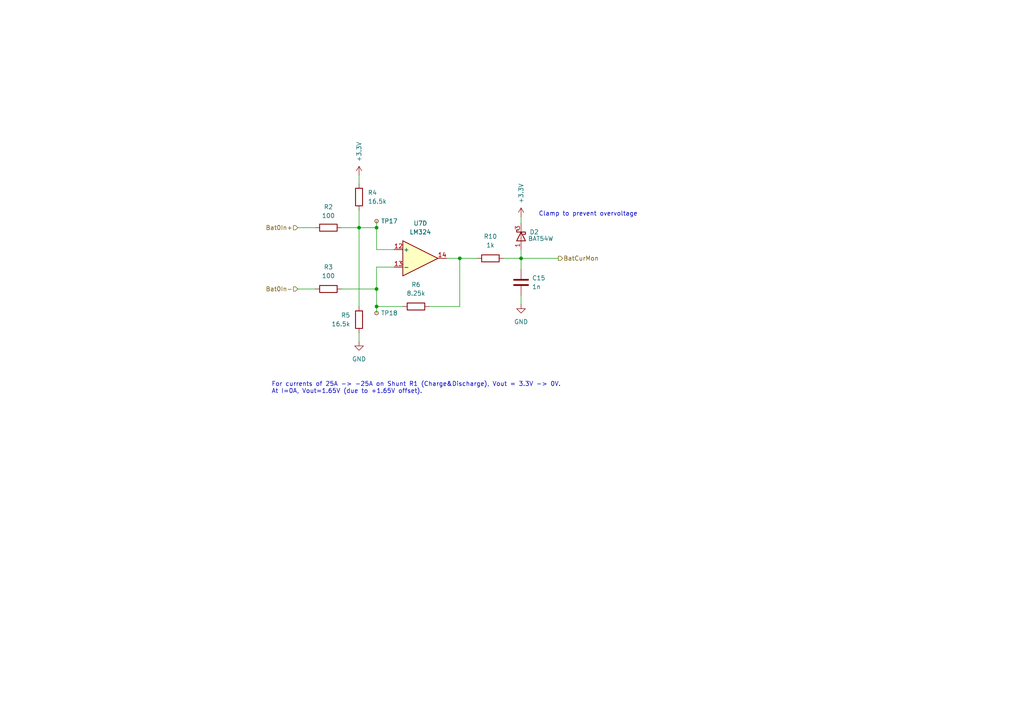
<source format=kicad_sch>
(kicad_sch (version 20231120) (generator "eeschema") (generator_version "8.0")
  (paper "A4")
  (lib_symbols
    (symbol "Amplifier_Operational:LM324" (pin_names (offset 0.127))
      (property "Reference" "U" (at 0 5.08 0))
      (property "Value" "LM324" (at 0 -5.08 0))
      (symbol "LM324_1_1"
        (polyline (pts (xy -5.08 5.08) (xy 5.08 0) (xy -5.08 -5.08) (xy -5.08 5.08)) (stroke (width 0.254)) (fill (type background)))
        (pin output line (at 7.62 0 180) (length 2.54) (name "~") (number "1"))
        (pin input line (at -7.62 -2.54 0) (length 2.54) (name "-") (number "2"))
        (pin input line (at -7.62 2.54 0) (length 2.54) (name "+") (number "3"))
      )
      (symbol "LM324_2_1"
        (polyline (pts (xy -5.08 5.08) (xy 5.08 0) (xy -5.08 -5.08) (xy -5.08 5.08)) (stroke (width 0.254)) (fill (type background)))
        (pin input line (at -7.62 2.54 0) (length 2.54) (name "+") (number "5"))
        (pin input line (at -7.62 -2.54 0) (length 2.54) (name "-") (number "6"))
        (pin output line (at 7.62 0 180) (length 2.54) (name "~") (number "7"))
      )
      (symbol "LM324_3_1"
        (polyline (pts (xy -5.08 5.08) (xy 5.08 0) (xy -5.08 -5.08) (xy -5.08 5.08)) (stroke (width 0.254)) (fill (type background)))
        (pin input line (at -7.62 2.54 0) (length 2.54) (name "+") (number "10"))
        (pin output line (at 7.62 0 180) (length 2.54) (name "~") (number "8"))
        (pin input line (at -7.62 -2.54 0) (length 2.54) (name "-") (number "9"))
      )
      (symbol "LM324_4_1"
        (polyline (pts (xy -5.08 5.08) (xy 5.08 0) (xy -5.08 -5.08) (xy -5.08 5.08)) (stroke (width 0.254)) (fill (type background)))
        (pin input line (at -7.62 2.54 0) (length 2.54) (name "+") (number "12"))
        (pin input line (at -7.62 -2.54 0) (length 2.54) (name "-") (number "13"))
        (pin output line (at 7.62 0 180) (length 2.54) (name "~") (number "14"))
      )
      (symbol "LM324_5_1"
        (pin power_in line (at -2.54 -7.62 90) (length 3.81) (name "V-") (number "11"))
        (pin power_in line (at -2.54 7.62 270) (length 3.81) (name "V+") (number "4"))
      )
    )
    (symbol "Connector:TestPoint_Small" (pin_numbers hide) (pin_names (offset 0.762) hide)
      (property "Reference" "TP" (at 0 3.81 0))
      (property "Value" "TestPoint_Small" (at 0 2.032 0))
      (symbol "TestPoint_Small_0_1"
        (circle (center 0 0) (radius 0.508))
      )
      (symbol "TestPoint_Small_1_1"
        (pin passive line (at 0 0 90) (length 0) (name "1") (number "1"))
      )
    )
    (symbol "Device:C" (pin_numbers hide) (pin_names (offset 0.254))
      (property "Reference" "C" (at 0.635 2.54 0))
      (property "Value" "C" (at 0.635 -2.54 0))
      (symbol "C_0_1"
        (polyline (pts (xy -2.032 -0.762) (xy 2.032 -0.762)) (stroke (width 0.508)))
        (polyline (pts (xy -2.032 0.762) (xy 2.032 0.762)) (stroke (width 0.508)))
      )
      (symbol "C_1_1"
        (pin passive line (at 0 3.81 270) (length 2.794) (name "~") (number "1"))
        (pin passive line (at 0 -3.81 90) (length 2.794) (name "~") (number "2"))
      )
    )
    (symbol "Device:R" (pin_numbers hide) (pin_names (offset 0))
      (property "Reference" "R" (at 2.032 0 90))
      (property "Value" "R" (at 0 0 90))
      (symbol "R_0_1"
        (rectangle (start -1.016 -2.54) (end 1.016 2.54) (stroke (width 0.254)))
      )
      (symbol "R_1_1"
        (pin passive line (at 0 3.81 270) (length 1.27) (name "~") (number "1"))
        (pin passive line (at 0 -3.81 90) (length 1.27) (name "~") (number "2"))
      )
    )
    (symbol "Diode:BAT54W" (pin_names (offset 1.016) hide)
      (property "Reference" "D" (at 0 2.54 0))
      (property "Value" "BAT54W" (at 0 -2.54 0))
      (symbol "BAT54W_0_1"
        (polyline (pts (xy 1.27 0) (xy -1.27 0)))
        (polyline (pts (xy 1.27 1.27) (xy 1.27 -1.27) (xy -1.27 0) (xy 1.27 1.27)) (stroke (width 0.254)))
        (polyline (pts (xy -1.905 0.635) (xy -1.905 1.27) (xy -1.27 1.27) (xy -1.27 -1.27) (xy -0.635 -1.27) (xy -0.635 -0.635)) (stroke (width 0.254)))
      )
      (symbol "BAT54W_1_1"
        (pin passive line (at 3.81 0 180) (length 2.54) (name "A") (number "1"))
        (pin no_connect line (at 0 0 90) (length 2.54) hide (name "NC") (number "2"))
        (pin passive line (at -3.81 0 0) (length 2.54) (name "K") (number "3"))
      )
    )
    (symbol "power:+3.3V" (power) (pin_names (offset 0))
      (property "Value" "+3.3V" (at 0 3.556 0))
      (symbol "+3.3V_0_1"
        (polyline (pts (xy -0.762 1.27) (xy 0 2.54)))
        (polyline (pts (xy 0 0) (xy 0 2.54)))
        (polyline (pts (xy 0 2.54) (xy 0.762 1.27)))
      )
      (symbol "+3.3V_1_1"
        (pin power_in line (at 0 0 90) (length 0) hide (name "+3.3V") (number "1"))
      )
    )
    (symbol "power:GND" (power) (pin_names (offset 0))
      (property "Value" "GND" (at 0 -3.81 0))
      (symbol "GND_0_1"
        (polyline (pts (xy 0 0) (xy 0 -1.27) (xy 1.27 -1.27) (xy 0 -2.54) (xy -1.27 -1.27) (xy 0 -1.27)))
      )
      (symbol "GND_1_1"
        (pin power_in line (at 0 0 270) (length 0) hide (name "GND") (number "1"))
      )
    )
  )
  (junction (at 133.35 74.93))
  (junction (at 109.22 88.9))
  (junction (at 151.13 74.93))
  (junction (at 104.14 66.04))
  (junction (at 109.22 66.04))
  (junction (at 109.22 83.82))
  (wire (pts (xy 151.13 74.93) (xy 161.925 74.93)))
  (wire (pts (xy 109.22 83.82) (xy 109.22 77.47)))
  (wire (pts (xy 114.3 72.39) (xy 109.22 72.39)))
  (wire (pts (xy 104.14 96.52) (xy 104.14 99.06)))
  (wire (pts (xy 86.36 66.04) (xy 91.44 66.04)))
  (wire (pts (xy 151.13 74.93) (xy 151.13 78.105)))
  (wire (pts (xy 151.13 62.865) (xy 151.13 64.77)))
  (wire (pts (xy 109.22 72.39) (xy 109.22 66.04)))
  (wire (pts (xy 91.44 83.82) (xy 86.36 83.82)))
  (wire (pts (xy 133.35 74.93) (xy 133.35 88.9)))
  (wire (pts (xy 133.35 74.93) (xy 129.54 74.93)))
  (wire (pts (xy 133.35 74.93) (xy 138.43 74.93)))
  (wire (pts (xy 109.22 88.9) (xy 109.22 90.805)))
  (wire (pts (xy 109.22 88.9) (xy 116.84 88.9)))
  (wire (pts (xy 146.05 74.93) (xy 151.13 74.93)))
  (wire (pts (xy 104.14 66.04) (xy 104.14 88.9)))
  (wire (pts (xy 109.22 77.47) (xy 114.3 77.47)))
  (wire (pts (xy 99.06 66.04) (xy 104.14 66.04)))
  (wire (pts (xy 124.46 88.9) (xy 133.35 88.9)))
  (wire (pts (xy 109.22 66.04) (xy 104.14 66.04)))
  (wire (pts (xy 109.22 64.135) (xy 109.22 66.04)))
  (wire (pts (xy 109.22 88.9) (xy 109.22 83.82)))
  (wire (pts (xy 104.14 50.8) (xy 104.14 53.34)))
  (wire (pts (xy 151.13 72.39) (xy 151.13 74.93)))
  (wire (pts (xy 104.14 66.04) (xy 104.14 60.96)))
  (wire (pts (xy 151.13 85.725) (xy 151.13 88.265)))
  (wire (pts (xy 99.06 83.82) (xy 109.22 83.82)))
  (text "For currents of 25A -> -25A on Shunt R1 (Charge&Discharge), Vout = 3.3V -> 0V. \nAt I=0A, Vout=1.65V (due to +1.65V offset)." (at 78.74 114.3 0) (effects (font (size 1.27 1.27)) (justify left bottom)))
  (text "Clamp to prevent overvoltage" (at 156.21 62.865 0) (effects (font (size 1.27 1.27)) (justify left bottom)))
  (hierarchical_label "BatCurMon" (shape output) (at 161.925 74.93 0))
  (hierarchical_label "Bat0In-" (shape input) (at 86.36 83.82 180))
  (hierarchical_label "Bat0In+" (shape input) (at 86.36 66.04 180))
  (symbol (lib_id "power:+3.3V") (at 151.13 62.865 0) (unit 1)
    (property "Reference" "#PWR027" (effects (hide yes)))
    (property "Value" "+3.3V" (at 151.13 59.055 90) (effects (justify left)))
  )
  (symbol (lib_id "Connector:TestPoint_Small") (at 109.22 64.135 0) (unit 1)
    (property "Reference" "TP17" (at 110.49 64.135 0) (effects (justify left)))
    (property "Value" "TestPoint_Small" (effects (hide yes)))
    (property "Footprint" "TestPoint:TestPoint_Pad_1.5x1.5mm" (effects (hide yes)))
  )
  (symbol (lib_id "Device:R") (at 104.14 57.15 0) (unit 1)
    (property "Reference" "R4" (at 106.68 55.88 0) (effects (justify left)))
    (property "Value" "16.5k" (at 106.68 58.42 0) (effects (justify left)))
    (property "Footprint" "Resistor_SMD:R_0805_2012Metric_Pad1.20x1.40mm_HandSolder" (effects (hide yes)))
  )
  (symbol (lib_id "Device:R") (at 142.24 74.93 90) (unit 1)
    (property "Reference" "R10" (at 142.24 68.58 90))
    (property "Value" "1k" (at 142.24 71.12 90))
    (property "Footprint" "Resistor_SMD:R_0805_2012Metric_Pad1.20x1.40mm_HandSolder" (effects (hide yes)))
  )
  (symbol (lib_id "Connector:TestPoint_Small") (at 109.22 90.805 0) (unit 1)
    (property "Reference" "TP18" (at 110.49 90.805 0) (effects (justify left)))
    (property "Value" "TestPoint_Small" (effects (hide yes)))
    (property "Footprint" "TestPoint:TestPoint_Pad_1.5x1.5mm" (effects (hide yes)))
  )
  (symbol (lib_id "Device:R") (at 120.65 88.9 90) (unit 1)
    (property "Reference" "R6" (at 120.65 82.55 90))
    (property "Value" "8.25k" (at 120.65 85.09 90))
    (property "Footprint" "Resistor_SMD:R_0805_2012Metric_Pad1.20x1.40mm_HandSolder" (effects (hide yes)))
  )
  (symbol (lib_id "power:+3.3V") (at 104.14 50.8 0) (unit 1)
    (property "Reference" "#PWR02" (effects (hide yes)))
    (property "Value" "+3.3V" (at 104.14 46.99 90) (effects (justify left)))
  )
  (symbol (lib_id "Amplifier_Operational:LM324") (at 121.92 74.93 0) (unit 4)
    (property "Reference" "U7" (at 121.92 64.77 0))
    (property "Value" "LM324" (at 121.92 67.31 0))
    (property "Footprint" "Package_SO:SOIC-14_3.9x8.7mm_P1.27mm" (effects (hide yes)))
    (property "Datasheet" "http://www.ti.com/lit/ds/symlink/lm2902-n.pdf" (effects (hide yes)))
    (property "Order Code" "595-LM324LVIDR" (effects (hide yes)))
    (property "Supplier" "Mouser" (effects (hide yes)))
  )
  (symbol (lib_id "Device:R") (at 104.14 92.71 0) (mirror y) (unit 1)
    (property "Reference" "R5" (at 101.6 91.44 0) (effects (justify left)))
    (property "Value" "16.5k" (at 101.6 93.98 0) (effects (justify left)))
    (property "Footprint" "Resistor_SMD:R_0805_2012Metric_Pad1.20x1.40mm_HandSolder" (effects (hide yes)))
  )
  (symbol (lib_id "Device:C") (at 151.13 81.915 0) (unit 1)
    (property "Reference" "C15" (at 154.305 80.645 0) (effects (justify left)))
    (property "Value" "1n" (at 154.305 83.185 0) (effects (justify left)))
    (property "Footprint" "Capacitor_SMD:C_0805_2012Metric_Pad1.18x1.45mm_HandSolder" (effects (hide yes)))
  )
  (symbol (lib_id "Device:R") (at 95.25 66.04 90) (unit 1)
    (property "Reference" "R2" (at 95.25 60.0277 90))
    (property "Value" "100" (at 95.25 62.5677 90))
    (property "Footprint" "Resistor_SMD:R_0805_2012Metric_Pad1.20x1.40mm_HandSolder" (effects (hide yes)))
  )
  (symbol (lib_id "power:GND") (at 104.14 99.06 0) (unit 1)
    (property "Reference" "#PWR010" (effects (hide yes)))
    (property "Value" "GND" (at 104.14 104.14 0))
  )
  (symbol (lib_id "Device:R") (at 95.25 83.82 90) (unit 1)
    (property "Reference" "R3" (at 95.25 77.47 90))
    (property "Value" "100" (at 95.25 80.01 90))
    (property "Footprint" "Resistor_SMD:R_0805_2012Metric_Pad1.20x1.40mm_HandSolder" (effects (hide yes)))
  )
  (symbol (lib_id "power:GND") (at 151.13 88.265 0) (unit 1)
    (property "Reference" "#PWR018" (effects (hide yes)))
    (property "Value" "GND" (at 151.13 93.345 0))
  )
  (symbol (lib_id "Diode:BAT54W") (at 151.13 68.58 90) (mirror x) (unit 1)
    (property "Reference" "D2" (at 154.94 67.31 90))
    (property "Value" "BAT54W" (at 156.845 69.215 90))
    (property "Footprint" "Package_TO_SOT_SMD:SOT-323_SC-70" (effects (hide yes)))
    (property "Datasheet" "https://assets.nexperia.com/documents/data-sheet/BAT54W_SER.pdf" (effects (hide yes)))
    (property "Supplier" "Mouser" (effects (hide yes)))
    (property "Order Code" "771-BAT54W-T/R" (effects (hide yes)))
  )
)
</source>
